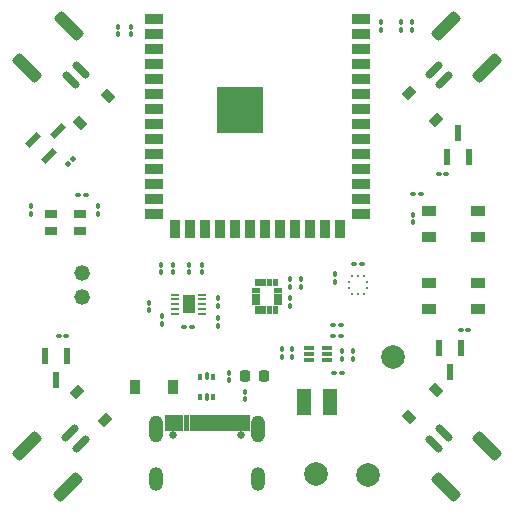
<source format=gts>
G04 #@! TF.GenerationSoftware,KiCad,Pcbnew,9.0.0*
G04 #@! TF.CreationDate,2025-04-10T22:34:47-07:00*
G04 #@! TF.ProjectId,HOPE_ESP32_Drone,484f5045-5f45-4535-9033-325f44726f6e,rev?*
G04 #@! TF.SameCoordinates,Original*
G04 #@! TF.FileFunction,Soldermask,Top*
G04 #@! TF.FilePolarity,Negative*
%FSLAX46Y46*%
G04 Gerber Fmt 4.6, Leading zero omitted, Abs format (unit mm)*
G04 Created by KiCad (PCBNEW 9.0.0) date 2025-04-10 22:34:47*
%MOMM*%
%LPD*%
G01*
G04 APERTURE LIST*
G04 Aperture macros list*
%AMRoundRect*
0 Rectangle with rounded corners*
0 $1 Rounding radius*
0 $2 $3 $4 $5 $6 $7 $8 $9 X,Y pos of 4 corners*
0 Add a 4 corners polygon primitive as box body*
4,1,4,$2,$3,$4,$5,$6,$7,$8,$9,$2,$3,0*
0 Add four circle primitives for the rounded corners*
1,1,$1+$1,$2,$3*
1,1,$1+$1,$4,$5*
1,1,$1+$1,$6,$7*
1,1,$1+$1,$8,$9*
0 Add four rect primitives between the rounded corners*
20,1,$1+$1,$2,$3,$4,$5,0*
20,1,$1+$1,$4,$5,$6,$7,0*
20,1,$1+$1,$6,$7,$8,$9,0*
20,1,$1+$1,$8,$9,$2,$3,0*%
%AMRotRect*
0 Rectangle, with rotation*
0 The origin of the aperture is its center*
0 $1 length*
0 $2 width*
0 $3 Rotation angle, in degrees counterclockwise*
0 Add horizontal line*
21,1,$1,$2,0,0,$3*%
G04 Aperture macros list end*
%ADD10C,0.010000*%
%ADD11RoundRect,0.218750X0.218750X0.256250X-0.218750X0.256250X-0.218750X-0.256250X0.218750X-0.256250X0*%
%ADD12RoundRect,0.100000X0.100000X-0.130000X0.100000X0.130000X-0.100000X0.130000X-0.100000X-0.130000X0*%
%ADD13C,1.320800*%
%ADD14RoundRect,0.100000X-0.100000X0.130000X-0.100000X-0.130000X0.100000X-0.130000X0.100000X0.130000X0*%
%ADD15RoundRect,0.150000X0.388909X-0.601041X0.601041X-0.388909X-0.388909X0.601041X-0.601041X0.388909X0*%
%ADD16RoundRect,0.250000X0.636396X-0.989949X0.989949X-0.636396X-0.636396X0.989949X-0.989949X0.636396X0*%
%ADD17R,0.660400X0.203200*%
%ADD18R,0.990600X1.600200*%
%ADD19RoundRect,0.100000X0.130000X0.100000X-0.130000X0.100000X-0.130000X-0.100000X0.130000X-0.100000X0*%
%ADD20RotRect,0.812800X1.041400X45.000000*%
%ADD21RoundRect,0.150000X-0.601041X-0.388909X-0.388909X-0.601041X0.601041X0.388909X0.388909X0.601041X0*%
%ADD22RoundRect,0.250000X-0.989949X-0.636396X-0.636396X-0.989949X0.989949X0.636396X0.636396X0.989949X0*%
%ADD23C,2.000000*%
%ADD24RotRect,0.812800X1.041400X225.000000*%
%ADD25RoundRect,0.100000X-0.130000X-0.100000X0.130000X-0.100000X0.130000X0.100000X-0.130000X0.100000X0*%
%ADD26R,1.000000X0.800000*%
%ADD27RoundRect,0.150000X0.601041X0.388909X0.388909X0.601041X-0.601041X-0.388909X-0.388909X-0.601041X0*%
%ADD28RoundRect,0.250000X0.989949X0.636396X0.636396X0.989949X-0.989949X-0.636396X-0.636396X-0.989949X0*%
%ADD29RotRect,0.558800X1.320800X315.000000*%
%ADD30R,0.558800X1.320800*%
%ADD31R,0.950000X0.300000*%
%ADD32R,0.910000X1.220000*%
%ADD33R,0.279400X0.254000*%
%ADD34R,0.254000X0.279400*%
%ADD35RoundRect,0.150000X-0.388909X0.601041X-0.601041X0.388909X0.388909X-0.601041X0.601041X-0.388909X0*%
%ADD36RoundRect,0.250000X-0.636396X0.989949X-0.989949X0.636396X0.636396X-0.989949X0.989949X-0.636396X0*%
%ADD37RoundRect,0.102000X-0.525000X-0.325000X0.525000X-0.325000X0.525000X0.325000X-0.525000X0.325000X0*%
%ADD38C,0.650000*%
%ADD39O,1.204000X2.304000*%
%ADD40O,1.204000X2.004000*%
%ADD41RoundRect,0.100000X0.021213X0.162635X-0.162635X-0.021213X-0.021213X-0.162635X0.162635X0.021213X0*%
%ADD42RoundRect,0.093750X0.093750X-0.156250X0.093750X0.156250X-0.093750X0.156250X-0.093750X-0.156250X0*%
%ADD43RoundRect,0.075000X0.075000X-0.250000X0.075000X0.250000X-0.075000X0.250000X-0.075000X-0.250000X0*%
%ADD44RotRect,0.812800X1.041400X135.000000*%
%ADD45RotRect,0.812800X1.041400X315.000000*%
%ADD46R,1.500000X0.900000*%
%ADD47R,0.900000X1.500000*%
%ADD48R,3.900000X3.900000*%
%ADD49R,1.200000X2.200000*%
G04 APERTURE END LIST*
D10*
G04 #@! TO.C,MT1*
X126707100Y-75875000D02*
X126132100Y-75875000D01*
X126132100Y-75525000D01*
X126707100Y-75525000D01*
X126707100Y-75875000D01*
G36*
X126707100Y-75875000D02*
G01*
X126132100Y-75875000D01*
X126132100Y-75525000D01*
X126707100Y-75525000D01*
X126707100Y-75875000D01*
G37*
X126707100Y-76375000D02*
X126132100Y-76375000D01*
X126132100Y-76025000D01*
X126707100Y-76025000D01*
X126707100Y-76375000D01*
G36*
X126707100Y-76375000D02*
G01*
X126132100Y-76375000D01*
X126132100Y-76025000D01*
X126707100Y-76025000D01*
X126707100Y-76375000D01*
G37*
X126707100Y-76875000D02*
X126132100Y-76875000D01*
X126132100Y-76525000D01*
X126707100Y-76525000D01*
X126707100Y-76875000D01*
G36*
X126707100Y-76875000D02*
G01*
X126132100Y-76875000D01*
X126132100Y-76525000D01*
X126707100Y-76525000D01*
X126707100Y-76875000D01*
G37*
X126757100Y-75325000D02*
X126407100Y-75325000D01*
X126407100Y-74750000D01*
X126757100Y-74750000D01*
X126757100Y-75325000D01*
G36*
X126757100Y-75325000D02*
G01*
X126407100Y-75325000D01*
X126407100Y-74750000D01*
X126757100Y-74750000D01*
X126757100Y-75325000D01*
G37*
X126757100Y-77650000D02*
X126407100Y-77650000D01*
X126407100Y-77075000D01*
X126757100Y-77075000D01*
X126757100Y-77650000D01*
G36*
X126757100Y-77650000D02*
G01*
X126407100Y-77650000D01*
X126407100Y-77075000D01*
X126757100Y-77075000D01*
X126757100Y-77650000D01*
G37*
X127257100Y-75325000D02*
X126907100Y-75325000D01*
X126907100Y-74750000D01*
X127257100Y-74750000D01*
X127257100Y-75325000D01*
G36*
X127257100Y-75325000D02*
G01*
X126907100Y-75325000D01*
X126907100Y-74750000D01*
X127257100Y-74750000D01*
X127257100Y-75325000D01*
G37*
X127257100Y-77650000D02*
X126907100Y-77650000D01*
X126907100Y-77075000D01*
X127257100Y-77075000D01*
X127257100Y-77650000D01*
G36*
X127257100Y-77650000D02*
G01*
X126907100Y-77650000D01*
X126907100Y-77075000D01*
X127257100Y-77075000D01*
X127257100Y-77650000D01*
G37*
X127757100Y-75325000D02*
X127407100Y-75325000D01*
X127407100Y-74750000D01*
X127757100Y-74750000D01*
X127757100Y-75325000D01*
G36*
X127757100Y-75325000D02*
G01*
X127407100Y-75325000D01*
X127407100Y-74750000D01*
X127757100Y-74750000D01*
X127757100Y-75325000D01*
G37*
X127757100Y-77650000D02*
X127407100Y-77650000D01*
X127407100Y-77075000D01*
X127757100Y-77075000D01*
X127757100Y-77650000D01*
G36*
X127757100Y-77650000D02*
G01*
X127407100Y-77650000D01*
X127407100Y-77075000D01*
X127757100Y-77075000D01*
X127757100Y-77650000D01*
G37*
X128257100Y-75325000D02*
X127907100Y-75325000D01*
X127907100Y-74750000D01*
X128257100Y-74750000D01*
X128257100Y-75325000D01*
G36*
X128257100Y-75325000D02*
G01*
X127907100Y-75325000D01*
X127907100Y-74750000D01*
X128257100Y-74750000D01*
X128257100Y-75325000D01*
G37*
X128257100Y-77650000D02*
X127907100Y-77650000D01*
X127907100Y-77075000D01*
X128257100Y-77075000D01*
X128257100Y-77650000D01*
G36*
X128257100Y-77650000D02*
G01*
X127907100Y-77650000D01*
X127907100Y-77075000D01*
X128257100Y-77075000D01*
X128257100Y-77650000D01*
G37*
X128532100Y-75875000D02*
X127957100Y-75875000D01*
X127957100Y-75525000D01*
X128532100Y-75525000D01*
X128532100Y-75875000D01*
G36*
X128532100Y-75875000D02*
G01*
X127957100Y-75875000D01*
X127957100Y-75525000D01*
X128532100Y-75525000D01*
X128532100Y-75875000D01*
G37*
X128532100Y-76375000D02*
X127957100Y-76375000D01*
X127957100Y-76025000D01*
X128532100Y-76025000D01*
X128532100Y-76375000D01*
G36*
X128532100Y-76375000D02*
G01*
X127957100Y-76375000D01*
X127957100Y-76025000D01*
X128532100Y-76025000D01*
X128532100Y-76375000D01*
G37*
X128532100Y-76875000D02*
X127957100Y-76875000D01*
X127957100Y-76525000D01*
X128532100Y-76525000D01*
X128532100Y-76875000D01*
G36*
X128532100Y-76875000D02*
G01*
X127957100Y-76875000D01*
X127957100Y-76525000D01*
X128532100Y-76525000D01*
X128532100Y-76875000D01*
G37*
G04 #@! TO.C,J7*
X119425600Y-87564000D02*
X118725600Y-87564000D01*
X118725600Y-86314000D01*
X119425600Y-86314000D01*
X119425600Y-87564000D01*
G36*
X119425600Y-87564000D02*
G01*
X118725600Y-87564000D01*
X118725600Y-86314000D01*
X119425600Y-86314000D01*
X119425600Y-87564000D01*
G37*
X120225600Y-87564000D02*
X119525600Y-87564000D01*
X119525600Y-86314000D01*
X120225600Y-86314000D01*
X120225600Y-87564000D01*
G36*
X120225600Y-87564000D02*
G01*
X119525600Y-87564000D01*
X119525600Y-86314000D01*
X120225600Y-86314000D01*
X120225600Y-87564000D01*
G37*
X120725600Y-87564000D02*
X120325600Y-87564000D01*
X120325600Y-86314000D01*
X120725600Y-86314000D01*
X120725600Y-87564000D01*
G36*
X120725600Y-87564000D02*
G01*
X120325600Y-87564000D01*
X120325600Y-86314000D01*
X120725600Y-86314000D01*
X120725600Y-87564000D01*
G37*
X121225600Y-87564000D02*
X120825600Y-87564000D01*
X120825600Y-86314000D01*
X121225600Y-86314000D01*
X121225600Y-87564000D01*
G36*
X121225600Y-87564000D02*
G01*
X120825600Y-87564000D01*
X120825600Y-86314000D01*
X121225600Y-86314000D01*
X121225600Y-87564000D01*
G37*
X121725600Y-87564000D02*
X121325600Y-87564000D01*
X121325600Y-86314000D01*
X121725600Y-86314000D01*
X121725600Y-87564000D01*
G36*
X121725600Y-87564000D02*
G01*
X121325600Y-87564000D01*
X121325600Y-86314000D01*
X121725600Y-86314000D01*
X121725600Y-87564000D01*
G37*
X122225600Y-87564000D02*
X121825600Y-87564000D01*
X121825600Y-86314000D01*
X122225600Y-86314000D01*
X122225600Y-87564000D01*
G36*
X122225600Y-87564000D02*
G01*
X121825600Y-87564000D01*
X121825600Y-86314000D01*
X122225600Y-86314000D01*
X122225600Y-87564000D01*
G37*
X122725600Y-87564000D02*
X122325600Y-87564000D01*
X122325600Y-86314000D01*
X122725600Y-86314000D01*
X122725600Y-87564000D01*
G36*
X122725600Y-87564000D02*
G01*
X122325600Y-87564000D01*
X122325600Y-86314000D01*
X122725600Y-86314000D01*
X122725600Y-87564000D01*
G37*
X123225600Y-87564000D02*
X122825600Y-87564000D01*
X122825600Y-86314000D01*
X123225600Y-86314000D01*
X123225600Y-87564000D01*
G36*
X123225600Y-87564000D02*
G01*
X122825600Y-87564000D01*
X122825600Y-86314000D01*
X123225600Y-86314000D01*
X123225600Y-87564000D01*
G37*
X123725600Y-87564000D02*
X123325600Y-87564000D01*
X123325600Y-86314000D01*
X123725600Y-86314000D01*
X123725600Y-87564000D01*
G36*
X123725600Y-87564000D02*
G01*
X123325600Y-87564000D01*
X123325600Y-86314000D01*
X123725600Y-86314000D01*
X123725600Y-87564000D01*
G37*
X124225600Y-87564000D02*
X123825600Y-87564000D01*
X123825600Y-86314000D01*
X124225600Y-86314000D01*
X124225600Y-87564000D01*
G36*
X124225600Y-87564000D02*
G01*
X123825600Y-87564000D01*
X123825600Y-86314000D01*
X124225600Y-86314000D01*
X124225600Y-87564000D01*
G37*
X125025600Y-87564000D02*
X124325600Y-87564000D01*
X124325600Y-86314000D01*
X125025600Y-86314000D01*
X125025600Y-87564000D01*
G36*
X125025600Y-87564000D02*
G01*
X124325600Y-87564000D01*
X124325600Y-86314000D01*
X125025600Y-86314000D01*
X125025600Y-87564000D01*
G37*
X125825600Y-87564000D02*
X125125600Y-87564000D01*
X125125600Y-86314000D01*
X125825600Y-86314000D01*
X125825600Y-87564000D01*
G36*
X125825600Y-87564000D02*
G01*
X125125600Y-87564000D01*
X125125600Y-86314000D01*
X125825600Y-86314000D01*
X125825600Y-87564000D01*
G37*
G04 #@! TD*
D11*
G04 #@! TO.C,D8*
X127127100Y-83032600D03*
X125552100Y-83032600D03*
G04 #@! TD*
D12*
G04 #@! TO.C,R5*
X125514400Y-84978300D03*
X125514400Y-84338300D03*
G04 #@! TD*
D13*
G04 #@! TO.C,VBAT*
X111720000Y-74311000D03*
X111720000Y-76311001D03*
G04 #@! TD*
D14*
G04 #@! TO.C,R13*
X113106200Y-68641000D03*
X113106200Y-69281000D03*
G04 #@! TD*
D15*
G04 #@! TO.C,MOTOR1*
X110760004Y-57948288D03*
X111643888Y-57064404D03*
D16*
X107083049Y-56887628D03*
X110583228Y-53387449D03*
G04 #@! TD*
D14*
G04 #@! TO.C,C21*
X129508200Y-80716600D03*
X129508200Y-81356600D03*
G04 #@! TD*
D17*
G04 #@! TO.C,U4*
X121885075Y-77711300D03*
X121885075Y-77311250D03*
X121885075Y-76911200D03*
X121885075Y-76511150D03*
X121885075Y-76111100D03*
X119624475Y-76111100D03*
X119624475Y-76511150D03*
X119624475Y-76911200D03*
X119624475Y-77311250D03*
X119624475Y-77711300D03*
D18*
X120754775Y-76911200D03*
G04 #@! TD*
D12*
G04 #@! TO.C,R4*
X138734800Y-53700200D03*
X138734800Y-53060200D03*
G04 #@! TD*
D19*
G04 #@! TO.C,R11*
X142549800Y-65913000D03*
X141909800Y-65913000D03*
G04 #@! TD*
D20*
G04 #@! TO.C,CR3*
X139396167Y-86511433D03*
X141731033Y-84176567D03*
G04 #@! TD*
D19*
G04 #@! TO.C,R10*
X110403600Y-79603600D03*
X109763600Y-79603600D03*
G04 #@! TD*
D14*
G04 #@! TO.C,C22*
X128619200Y-80716600D03*
X128619200Y-81356600D03*
G04 #@! TD*
D21*
G04 #@! TO.C,MOTOR3*
X141489161Y-57072776D03*
X142373045Y-57956660D03*
D22*
X142549821Y-53395821D03*
X146050000Y-56896000D03*
G04 #@! TD*
D23*
G04 #@! TO.C,3.3V*
X135940800Y-91389200D03*
G04 #@! TD*
D24*
G04 #@! TO.C,CR1*
X113918033Y-59284567D03*
X111583167Y-61619433D03*
G04 #@! TD*
D25*
G04 #@! TO.C,R21*
X132979200Y-79603600D03*
X133619200Y-79603600D03*
G04 #@! TD*
D12*
G04 #@! TO.C,C23*
X133748600Y-81534000D03*
X133748600Y-80894000D03*
G04 #@! TD*
G04 #@! TO.C,C24*
X129336800Y-77053400D03*
X129336800Y-76413400D03*
G04 #@! TD*
D25*
G04 #@! TO.C,R19*
X133055400Y-82778600D03*
X133695400Y-82778600D03*
G04 #@! TD*
D26*
G04 #@! TO.C,D1*
X111593000Y-70716600D03*
X111593000Y-69316600D03*
X109093000Y-69316600D03*
X109093000Y-70716600D03*
G04 #@! TD*
D27*
G04 #@! TO.C,MOTOR2*
X111618488Y-88731597D03*
X110734604Y-87847713D03*
D28*
X110557828Y-92408552D03*
X107057649Y-88908373D03*
G04 #@! TD*
D19*
G04 #@! TO.C,R20*
X133621600Y-78689200D03*
X132981600Y-78689200D03*
G04 #@! TD*
D12*
G04 #@! TO.C,R23*
X118369275Y-74222900D03*
X118369275Y-73582900D03*
G04 #@! TD*
D19*
G04 #@! TO.C,R8*
X112029200Y-67691000D03*
X111389200Y-67691000D03*
G04 #@! TD*
D12*
G04 #@! TO.C,C28*
X123266200Y-77078800D03*
X123266200Y-76438800D03*
G04 #@! TD*
D29*
G04 #@! TO.C,MOSFET1*
X107578550Y-63015991D03*
X108916609Y-64354050D03*
X109684420Y-62248180D03*
G04 #@! TD*
D14*
G04 #@! TO.C,R3*
X139674600Y-53045400D03*
X139674600Y-53685400D03*
G04 #@! TD*
D30*
G04 #@! TO.C,MOSFET2*
X110470950Y-81280000D03*
X108578650Y-81280000D03*
X109524800Y-83312000D03*
G04 #@! TD*
D31*
G04 #@! TO.C,IC2*
X130954600Y-80661000D03*
X130954600Y-81161000D03*
X130954600Y-81661000D03*
X132454600Y-81661000D03*
X132454600Y-81161000D03*
X132454600Y-80661000D03*
G04 #@! TD*
D32*
G04 #@! TO.C,D3*
X119465600Y-83921600D03*
X116195600Y-83921600D03*
G04 #@! TD*
D14*
G04 #@! TO.C,C25*
X129336800Y-74804000D03*
X129336800Y-75444000D03*
G04 #@! TD*
G04 #@! TO.C,R1*
X107442000Y-68651200D03*
X107442000Y-69291200D03*
G04 #@! TD*
D33*
G04 #@! TO.C,U7*
X134293800Y-75061000D03*
X134293800Y-75561000D03*
D34*
X134581201Y-76098400D03*
X135081200Y-76098400D03*
X135581199Y-76098400D03*
D33*
X135868600Y-75561000D03*
X135868600Y-75061000D03*
D34*
X135581199Y-74523600D03*
X135081200Y-74523600D03*
X134581201Y-74523600D03*
G04 #@! TD*
D35*
G04 #@! TO.C,MOTOR4*
X142376397Y-87847713D03*
X141492513Y-88731597D03*
D36*
X146053352Y-88908373D03*
X142553173Y-92408552D03*
G04 #@! TD*
D37*
G04 #@! TO.C,EN*
X141122400Y-69071600D03*
X145272400Y-69071600D03*
X141122400Y-71221600D03*
X145272400Y-71221600D03*
G04 #@! TD*
D25*
G04 #@! TO.C,R12*
X143799600Y-79121000D03*
X144439600Y-79121000D03*
G04 #@! TD*
D14*
G04 #@! TO.C,C26*
X130225800Y-74813200D03*
X130225800Y-75453200D03*
G04 #@! TD*
D12*
G04 #@! TO.C,C31*
X133108001Y-75021400D03*
X133108001Y-74381400D03*
G04 #@! TD*
G04 #@! TO.C,R27*
X124155200Y-83352600D03*
X124155200Y-82712600D03*
G04 #@! TD*
D25*
G04 #@! TO.C,R7*
X120364925Y-78867000D03*
X121004925Y-78867000D03*
G04 #@! TD*
G04 #@! TO.C,C32*
X134757200Y-73482200D03*
X135397200Y-73482200D03*
G04 #@! TD*
D12*
G04 #@! TO.C,R6*
X117424200Y-77434400D03*
X117424200Y-76794400D03*
G04 #@! TD*
G04 #@! TO.C,C27*
X134637600Y-81534000D03*
X134637600Y-80894000D03*
G04 #@! TD*
D19*
G04 #@! TO.C,R2*
X140385800Y-67564000D03*
X139745800Y-67564000D03*
G04 #@! TD*
D14*
G04 #@! TO.C,C4*
X139743000Y-69344000D03*
X139743000Y-69984000D03*
G04 #@! TD*
D12*
G04 #@! TO.C,C6*
X115900200Y-54076600D03*
X115900200Y-53436600D03*
G04 #@! TD*
D23*
G04 #@! TO.C,TP3*
X138049000Y-81432400D03*
G04 #@! TD*
D38*
G04 #@! TO.C,J7*
X119385600Y-88014000D03*
X125165600Y-88014000D03*
D39*
X117955600Y-87514000D03*
X126595600Y-87514000D03*
D40*
X117955600Y-91694000D03*
X126595600Y-91694000D03*
G04 #@! TD*
D41*
G04 #@! TO.C,R9*
X110995674Y-64619926D03*
X110543126Y-65072474D03*
G04 #@! TD*
D37*
G04 #@! TO.C,BOOT*
X141103352Y-75150400D03*
X145253352Y-75150400D03*
X141103352Y-77300400D03*
X145253352Y-77300400D03*
G04 #@! TD*
D14*
G04 #@! TO.C,C30*
X118465600Y-77937400D03*
X118465600Y-78577400D03*
G04 #@! TD*
D12*
G04 #@! TO.C,R22*
X121894600Y-74223800D03*
X121894600Y-73583800D03*
G04 #@! TD*
D42*
G04 #@! TO.C,U2*
X121738100Y-84746200D03*
D43*
X122275600Y-84821200D03*
D42*
X122813100Y-84746200D03*
X122813100Y-83046200D03*
D43*
X122275600Y-82971200D03*
D42*
X121738100Y-83046200D03*
G04 #@! TD*
D30*
G04 #@! TO.C,MOSFET3*
X142589250Y-64439800D03*
X144481550Y-64439800D03*
X143535400Y-62407800D03*
G04 #@! TD*
D44*
G04 #@! TO.C,CR2*
X113638633Y-86714633D03*
X111303767Y-84379767D03*
G04 #@! TD*
D45*
G04 #@! TO.C,CR4*
X139396167Y-59030567D03*
X141731033Y-61365433D03*
G04 #@! TD*
D14*
G04 #@! TO.C,C29*
X123240800Y-78115200D03*
X123240800Y-78755200D03*
G04 #@! TD*
D46*
G04 #@! TO.C,U1*
X117836000Y-52788000D03*
X117836000Y-54058000D03*
X117836000Y-55328000D03*
X117836000Y-56598000D03*
X117836000Y-57868000D03*
X117836000Y-59138000D03*
X117836000Y-60408000D03*
X117836000Y-61678000D03*
X117836000Y-62948000D03*
X117836000Y-64218000D03*
X117836000Y-65488000D03*
X117836000Y-66758000D03*
X117836000Y-68028000D03*
X117836000Y-69298000D03*
D47*
X119601000Y-70548000D03*
X120871000Y-70548000D03*
X122141000Y-70548000D03*
X123411000Y-70548000D03*
X124681000Y-70548000D03*
X125951000Y-70548000D03*
X127221000Y-70548000D03*
X128491000Y-70548000D03*
X129761000Y-70548000D03*
X131031000Y-70548000D03*
X132301000Y-70548000D03*
X133571000Y-70548000D03*
D46*
X135336000Y-69298000D03*
X135336000Y-68028000D03*
X135336000Y-66758000D03*
X135336000Y-65488000D03*
X135336000Y-64218000D03*
X135336000Y-62948000D03*
X135336000Y-61678000D03*
X135336000Y-60408000D03*
X135336000Y-59138000D03*
X135336000Y-57868000D03*
X135336000Y-56598000D03*
X135336000Y-55328000D03*
X135336000Y-54058000D03*
X135336000Y-52788000D03*
D48*
X125086000Y-60508000D03*
G04 #@! TD*
D12*
G04 #@! TO.C,C5*
X114782600Y-54076600D03*
X114782600Y-53436600D03*
G04 #@! TD*
G04 #@! TO.C,C7*
X137007600Y-53700600D03*
X137007600Y-53060600D03*
G04 #@! TD*
D49*
G04 #@! TO.C,L2*
X130489600Y-85191600D03*
X132689600Y-85191600D03*
G04 #@! TD*
D12*
G04 #@! TO.C,R25*
X120751600Y-74223800D03*
X120751600Y-73583800D03*
G04 #@! TD*
D30*
G04 #@! TO.C,MOSFET4*
X143821150Y-80670400D03*
X141928850Y-80670400D03*
X142875000Y-82702400D03*
G04 #@! TD*
D12*
G04 #@! TO.C,R24*
X119461475Y-74223800D03*
X119461475Y-73583800D03*
G04 #@! TD*
D23*
G04 #@! TO.C,VBUS*
X131572000Y-91262200D03*
G04 #@! TD*
M02*

</source>
